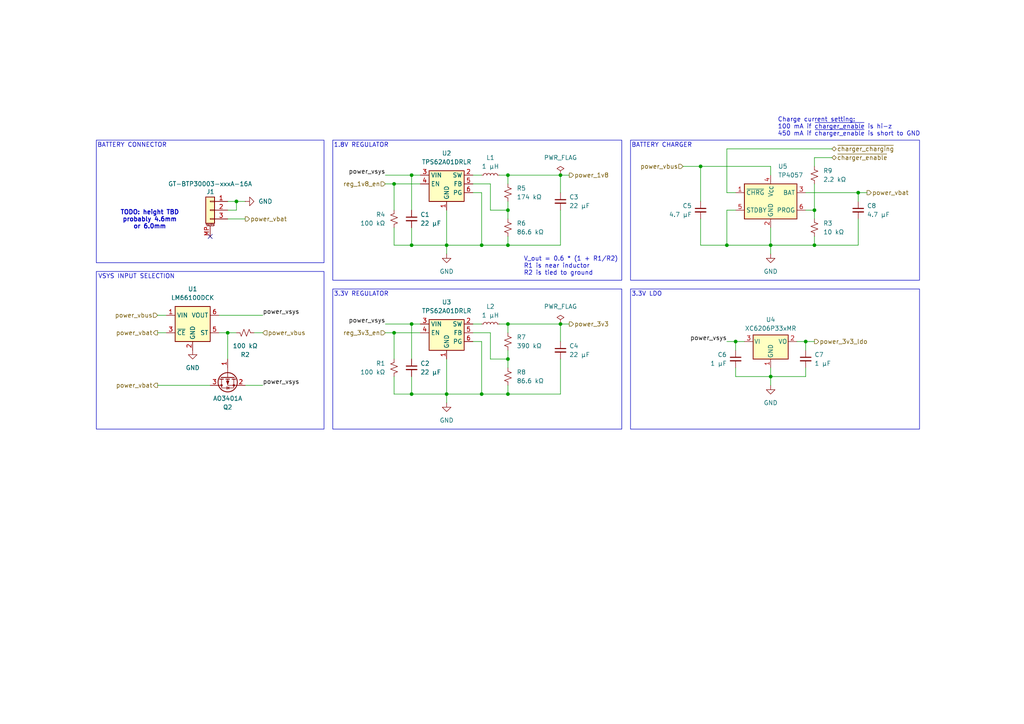
<source format=kicad_sch>
(kicad_sch (version 20250114) (generator "eeschema") (generator_version "9.0")
  (paper "A4")
  (title_block (title "Power supply / battery charger") (date "2024-11-14") (rev "Rev1") (comment 1 "Author: Aidan MacDonald") (comment 2 "Status: Released") (comment 3 "NOT RECOMMENDED FOR MANUFACTURE"))
  (lib_symbols
    (symbol "Battery_Management:TP4057"
      (property "Reference" "U5" (at 2.1433 10.16 0))
      (property "Value" "TP4057" (at 2.1433 7.62 0))
      (symbol "TP4057_0_1"
        (rectangle (start -7.62 5.08) (end 7.62 -5.08) (stroke (width 0.254)) (fill (type background)))
      )
      (symbol "TP4057_1_1"
        (pin open_collector line (at -10.16 2.54 0) (length 2.54) (name "~{CHRG}") (number "1"))
        (pin power_in line (at -10.16 -2.54 0) (length 2.54) (name "STDBY") (number "5"))
        (pin power_in line (at 0 7.62 270) (length 2.54) (name "V_{CC}") (number "4"))
        (pin power_in line (at 0 -7.62 90) (length 2.54) (name "GND") (number "2"))
        (pin power_out line (at 10.16 2.54 180) (length 2.54) (name "BAT") (number "3"))
        (pin passive line (at 10.16 -2.54 180) (length 2.54) (name "PROG") (number "6"))
      )
    )
    (symbol "Device:C_Small" (pin_numbers (hide yes)) (pin_names (offset 0.254) (hide yes))
      (property "Reference" "C" (at 0.254 1.778 0))
      (property "Value" "C_Small" (at 0.254 -2.032 0))
      (symbol "C_Small_0_1"
        (polyline (pts (xy -1.524 0.508) (xy 1.524 0.508)) (stroke (width 0.3048)))
        (polyline (pts (xy -1.524 -0.508) (xy 1.524 -0.508)) (stroke (width 0.3302)))
      )
      (symbol "C_Small_1_1"
        (pin passive line (at 0 2.54 270) (length 2.032) (name "~") (number "1"))
        (pin passive line (at 0 -2.54 90) (length 2.032) (name "~") (number "2"))
      )
    )
    (symbol "Device:L_Small" (pin_numbers (hide yes)) (pin_names (offset 0.254) (hide yes))
      (property "Reference" "L" (at 0.762 1.016 0))
      (property "Value" "L_Small" (at 0.762 -1.016 0))
      (symbol "L_Small_0_1"
        (arc (start 0 2.032) (mid 0.5058 1.524) (end 0 1.016))
        (arc (start 0 1.016) (mid 0.5058 0.508) (end 0 0))
        (arc (start 0 0) (mid 0.5058 -0.508) (end 0 -1.016))
        (arc (start 0 -1.016) (mid 0.5058 -1.524) (end 0 -2.032))
      )
      (symbol "L_Small_1_1"
        (pin passive line (at 0 2.54 270) (length 0.508) (name "~") (number "1"))
        (pin passive line (at 0 -2.54 90) (length 0.508) (name "~") (number "2"))
      )
    )
    (symbol "Device:R_Small_US" (pin_numbers (hide yes)) (pin_names (offset 0.254) (hide yes))
      (property "Reference" "R" (at 0.762 0.508 0))
      (property "Value" "R_Small_US" (at 0.762 -1.016 0))
      (symbol "R_Small_US_1_1"
        (polyline (pts (xy 0 1.524) (xy 1.016 1.143) (xy 0 0.762) (xy -1.016 0.381) (xy 0 0)))
        (polyline (pts (xy 0 0) (xy 1.016 -0.381) (xy 0 -0.762) (xy -1.016 -1.143) (xy 0 -1.524)))
        (pin passive line (at 0 2.54 270) (length 1.016) (name "~") (number "1"))
        (pin passive line (at 0 -2.54 90) (length 1.016) (name "~") (number "2"))
      )
    )
    (symbol "Regulator_Linear:XC6206PxxxMR" (pin_names (offset 0.254))
      (property "Reference" "U" (at -3.81 3.175 0))
      (property "Value" "XC6206PxxxMR" (at 0 3.175 0))
      (symbol "XC6206PxxxMR_0_1"
        (rectangle (start -5.08 1.905) (end 5.08 -5.08) (stroke (width 0.254)) (fill (type background)))
      )
      (symbol "XC6206PxxxMR_1_1"
        (pin power_in line (at -7.62 0 0) (length 2.54) (name "VI") (number "3"))
        (pin power_in line (at 0 -7.62 90) (length 2.54) (name "GND") (number "1"))
        (pin power_out line (at 7.62 0 180) (length 2.54) (name "VO") (number "2"))
      )
    )
    (symbol "TPS62A01DRLR_1"
      (property "Reference" "U3" (at 0 8.89 0))
      (property "Value" "TPS62A01DRLR" (at 0 6.35 0))
      (symbol "TPS62A01DRLR_1_0_1"
        (rectangle (start -5.08 3.81) (end 5.08 -5.08) (stroke (width 0.254)) (fill (type background)))
      )
      (symbol "TPS62A01DRLR_1_1_1"
        (pin power_in line (at -7.62 2.54 0) (length 2.54) (name "VIN") (number "3"))
        (pin input line (at -7.62 0 0) (length 2.54) (name "EN") (number "4"))
        (pin power_in line (at 0 -7.62 90) (length 2.54) (name "GND") (number "1"))
        (pin power_out line (at 7.62 2.54 180) (length 2.54) (name "SW") (number "2"))
        (pin input line (at 7.62 0 180) (length 2.54) (name "FB") (number "5"))
        (pin power_in line (at 7.62 -2.54 180) (length 2.54) (name "PG") (number "6"))
      )
    )
    (symbol "Transistor_FET:Q_PMOS_GSD" (pin_names (offset 0) (hide yes))
      (property "Reference" "Q" (at 5.08 1.905 0))
      (property "Value" "Q_PMOS_GSD" (at 5.08 0 0))
      (symbol "Q_PMOS_GSD_0_1"
        (polyline (pts (xy 0.254 1.905) (xy 0.254 -1.905)) (stroke (width 0.254)))
        (polyline (pts (xy 0.254 0) (xy -2.54 0)))
        (polyline (pts (xy 0.762 2.286) (xy 0.762 1.27)) (stroke (width 0.254)))
        (polyline (pts (xy 0.762 1.778) (xy 3.302 1.778) (xy 3.302 -1.778) (xy 0.762 -1.778)))
        (polyline (pts (xy 0.762 0.508) (xy 0.762 -0.508)) (stroke (width 0.254)))
        (polyline (pts (xy 0.762 -1.27) (xy 0.762 -2.286)) (stroke (width 0.254)))
        (circle (center 1.651 0) (radius 2.794) (stroke (width 0.254)))
        (polyline (pts (xy 2.286 0) (xy 1.27 0.381) (xy 1.27 -0.381) (xy 2.286 0)) (fill (type outline)))
        (polyline (pts (xy 2.54 2.54) (xy 2.54 1.778)))
        (circle (center 2.54 1.778) (radius 0.254) (fill (type outline)))
        (circle (center 2.54 -1.778) (radius 0.254) (fill (type outline)))
        (polyline (pts (xy 2.54 -2.54) (xy 2.54 0) (xy 0.762 0)))
        (polyline (pts (xy 2.921 -0.381) (xy 3.683 -0.381)))
        (polyline (pts (xy 3.302 -0.381) (xy 2.921 0.254) (xy 3.683 0.254) (xy 3.302 -0.381)))
      )
      (symbol "Q_PMOS_GSD_1_1"
        (pin input line (at -5.08 0 0) (length 2.54) (name "G") (number "1"))
        (pin passive line (at 2.54 5.08 270) (length 2.54) (name "D") (number "3"))
        (pin passive line (at 2.54 -5.08 90) (length 2.54) (name "S") (number "2"))
      )
    )
    (symbol "echoplayer:GT-BTP30003" (pin_names (offset 1.016) (hide yes))
      (property "Reference" "J" (at 0 5.08 0))
      (property "Value" "GT-BTP30003" (at 1.27 -5.08 0))
      (symbol "GT-BTP30003_1_1"
        (rectangle (start -1.27 3.81) (end 1.27 -3.81) (stroke (width 0.254)) (fill (type background)))
        (rectangle (start -1.27 2.667) (end 0 2.413) (stroke (width 0.1524)))
        (rectangle (start -1.27 0.127) (end 0 -0.127) (stroke (width 0.1524)))
        (rectangle (start -1.27 -2.413) (end 0 -2.667) (stroke (width 0.1524)))
        (polyline (pts (xy -1.016 -4.572) (xy 1.016 -4.572)) (stroke (width 0.1524)))
        (text "Mounting" (at 0 -4.191 0) (effects (font (size 0.381 0.381))))
        (pin passive line (at -5.08 2.54 0) (length 3.81) (name "Pin_1") (number "1"))
        (pin passive line (at -5.08 0 0) (length 3.81) (name "Pin_2") (number "2"))
        (pin passive line (at -5.08 -2.54 0) (length 3.81) (name "Pin_3") (number "3"))
        (pin passive line (at 0 -7.62 90) (length 3.048) (name "MountPin") (number "MP"))
      )
    )
    (symbol "echoplayer:LM66100DCK"
      (property "Reference" "U" (at -5.08 6.096 0))
      (property "Value" "LM66100DCK" (at 0.254 -6.35 0))
      (symbol "LM66100DCK_0_1"
        (rectangle (start -5.08 5.08) (end 5.08 -5.08) (stroke (width 0.254)) (fill (type background)))
      )
      (symbol "LM66100DCK_1_1"
        (pin power_in line (at -7.62 2.54 0) (length 2.54) (name "VIN") (number "1"))
        (pin input line (at -7.62 -2.54 0) (length 2.54) (name "~{CE}") (number "3"))
        (pin no_connect line (at 0 5.08 270) (length 2.54) (hide yes) (name "NC") (number "4"))
        (pin power_in line (at 0 -7.62 90) (length 2.54) (name "GND") (number "2"))
        (pin power_out line (at 7.62 2.54 180) (length 2.54) (name "VOUT") (number "6"))
        (pin open_collector line (at 7.62 -2.54 180) (length 2.54) (name "ST") (number "5"))
      )
    )
    (symbol "echoplayer:TPS62A01DRLR"
      (property "Reference" "U2" (at 0 8.89 0))
      (property "Value" "TPS62A01DRLR" (at 0 6.35 0))
      (symbol "TPS62A01DRLR_0_1"
        (rectangle (start -5.08 3.81) (end 5.08 -5.08) (stroke (width 0.254)) (fill (type background)))
      )
      (symbol "TPS62A01DRLR_1_1"
        (pin power_in line (at -7.62 2.54 0) (length 2.54) (name "VIN") (number "3"))
        (pin input line (at -7.62 0 0) (length 2.54) (name "EN") (number "4"))
        (pin power_in line (at 0 -7.62 90) (length 2.54) (name "GND") (number "1"))
        (pin power_out line (at 7.62 2.54 180) (length 2.54) (name "SW") (number "2"))
        (pin input line (at 7.62 0 180) (length 2.54) (name "FB") (number "5"))
        (pin power_in line (at 7.62 -2.54 180) (length 2.54) (name "PG") (number "6"))
      )
    )
    (symbol "power:GND" (power) (pin_numbers (hide yes)) (pin_names (offset 0) (hide yes))
      (property "Value" "GND" (at 0 -3.81 0))
      (symbol "GND_0_1"
        (polyline (pts (xy 0 0) (xy 0 -1.27) (xy 1.27 -1.27) (xy 0 -2.54) (xy -1.27 -1.27) (xy 0 -1.27)))
      )
      (symbol "GND_1_1"
        (pin power_in line (at 0 0 270) (length 0) (name "~") (number "1"))
      )
    )
    (symbol "power:PWR_FLAG" (power) (pin_numbers (hide yes)) (pin_names (offset 0) (hide yes))
      (property "Value" "PWR_FLAG" (at 0 3.81 0))
      (symbol "PWR_FLAG_0_0"
        (pin power_out line (at 0 0 90) (length 0) (name "~") (number "1"))
      )
      (symbol "PWR_FLAG_0_1"
        (polyline (pts (xy 0 0) (xy 0 1.27) (xy -1.016 1.905) (xy 0 2.54) (xy 1.016 1.905) (xy 0 1.27)))
      )
    )
  )
  (rectangle (start 96.52 40.64) (end 180.34 81.28))
  (rectangle (start 27.94 40.64) (end 93.98 76.2))
  (rectangle (start 96.52 83.82) (end 180.34 124.46))
  (rectangle (start 27.94 78.74) (end 93.98 124.46))
  (rectangle (start 182.88 83.82) (end 266.7 124.46))
  (rectangle (start 182.88 40.64) (end 266.7 81.28))
  (text "TODO: height TBD\nprobably 4.6mm\nor 6.0mm" (at 43.434 63.754 0) (effects (font (size 1.27 1.27) (thickness 0.254) (bold yes))))
  (text "3.3V REGULATOR" (at 96.774 85.344 0) (effects (font (size 1.27 1.27)) (justify left)))
  (text "V_out = 0.6 * (1 + R1/R2)\nR1 is near inductor\nR2 is tied to ground" (at 151.892 77.216 0) (effects (font (size 1.27 1.27)) (justify left)))
  (text "1.8V REGULATOR" (at 96.774 42.164 0) (effects (font (size 1.27 1.27)) (justify left)))
  (text "Charge current setting:\n100 mA if ~{charger_enable} is hi-z\n450 mA if ~{charger_enable} is short to GND" (at 225.552 36.83 0) (effects (font (size 1.27 1.27)) (justify left)))
  (text "BATTERY CHARGER" (at 183.134 42.164 0) (effects (font (size 1.27 1.27)) (justify left)))
  (text "BATTERY CONNECTOR" (at 28.194 42.164 0) (effects (font (size 1.27 1.27)) (justify left)))
  (text "3.3V LDO" (at 183.134 85.344 0) (effects (font (size 1.27 1.27)) (justify left)))
  (text "VSYS INPUT SELECTION" (at 28.448 80.264 0) (effects (font (size 1.27 1.27)) (justify left)))
  (junction (at 162.56 93.98))
  (junction (at 147.32 71.12))
  (junction (at 66.04 96.52))
  (junction (at 236.22 60.96))
  (junction (at 119.38 93.98))
  (junction (at 147.32 50.8))
  (junction (at 147.32 93.98))
  (junction (at 248.92 55.88))
  (junction (at 210.82 71.12))
  (junction (at 203.2 48.26))
  (junction (at 223.52 109.22))
  (junction (at 233.68 99.06))
  (junction (at 119.38 50.8))
  (junction (at 129.54 71.12))
  (junction (at 162.56 50.8))
  (junction (at 139.7 71.12))
  (junction (at 139.7 114.3))
  (junction (at 147.32 114.3))
  (junction (at 236.22 71.12))
  (junction (at 147.32 60.96))
  (junction (at 119.38 71.12))
  (junction (at 68.58 58.42))
  (junction (at 129.54 114.3))
  (junction (at 119.38 114.3))
  (junction (at 223.52 71.12))
  (junction (at 147.32 104.14))
  (junction (at 213.36 99.06))
  (junction (at 114.3 53.34))
  (junction (at 114.3 96.52))
  (no_connect (at 60.96 68.58))
  (wire (pts (xy 215.9 99.06) (xy 213.36 99.06)))
  (wire (pts (xy 142.24 60.96) (xy 147.32 60.96)))
  (wire (pts (xy 210.82 43.18) (xy 241.3 43.18)))
  (wire (pts (xy 147.32 93.98) (xy 147.32 96.52)))
  (wire (pts (xy 233.68 60.96) (xy 236.22 60.96)))
  (wire (pts (xy 236.22 45.72) (xy 236.22 48.26)))
  (wire (pts (xy 76.2 111.76) (xy 71.12 111.76)))
  (wire (pts (xy 139.7 55.88) (xy 139.7 71.12)))
  (wire (pts (xy 233.68 109.22) (xy 223.52 109.22)))
  (wire (pts (xy 147.32 68.58) (xy 147.32 71.12)))
  (wire (pts (xy 142.24 53.34) (xy 142.24 60.96)))
  (wire (pts (xy 236.22 71.12) (xy 236.22 68.58)))
  (wire (pts (xy 203.2 48.26) (xy 223.52 48.26)))
  (wire (pts (xy 233.68 106.68) (xy 233.68 109.22)))
  (wire (pts (xy 147.32 104.14) (xy 147.32 106.68)))
  (wire (pts (xy 119.38 93.98) (xy 121.92 93.98)))
  (wire (pts (xy 248.92 55.88) (xy 248.92 58.42)))
  (wire (pts (xy 119.38 109.22) (xy 119.38 114.3)))
  (wire (pts (xy 129.54 114.3) (xy 129.54 116.84)))
  (wire (pts (xy 137.16 96.52) (xy 142.24 96.52)))
  (wire (pts (xy 119.38 50.8) (xy 121.92 50.8)))
  (wire (pts (xy 223.52 71.12) (xy 236.22 71.12)))
  (wire (pts (xy 111.76 53.34) (xy 114.3 53.34)))
  (wire (pts (xy 142.24 53.34) (xy 137.16 53.34)))
  (wire (pts (xy 223.52 66.04) (xy 223.52 71.12)))
  (wire (pts (xy 147.32 111.76) (xy 147.32 114.3)))
  (wire (pts (xy 119.38 114.3) (xy 129.54 114.3)))
  (wire (pts (xy 129.54 71.12) (xy 129.54 73.66)))
  (wire (pts (xy 137.16 93.98) (xy 139.7 93.98)))
  (wire (pts (xy 119.38 50.8) (xy 119.38 60.96)))
  (wire (pts (xy 66.04 96.52) (xy 66.04 104.14)))
  (wire (pts (xy 223.52 106.68) (xy 223.52 109.22)))
  (wire (pts (xy 144.78 50.8) (xy 147.32 50.8)))
  (wire (pts (xy 241.3 45.72) (xy 236.22 45.72)))
  (wire (pts (xy 248.92 55.88) (xy 251.46 55.88)))
  (wire (pts (xy 162.56 71.12) (xy 147.32 71.12)))
  (wire (pts (xy 233.68 99.06) (xy 236.22 99.06)))
  (wire (pts (xy 142.24 96.52) (xy 142.24 104.14)))
  (wire (pts (xy 129.54 104.14) (xy 129.54 114.3)))
  (wire (pts (xy 114.3 114.3) (xy 119.38 114.3)))
  (wire (pts (xy 162.56 93.98) (xy 165.1 93.98)))
  (wire (pts (xy 129.54 114.3) (xy 139.7 114.3)))
  (wire (pts (xy 137.16 99.06) (xy 139.7 99.06)))
  (wire (pts (xy 139.7 99.06) (xy 139.7 114.3)))
  (wire (pts (xy 63.5 96.52) (xy 66.04 96.52)))
  (wire (pts (xy 111.76 96.52) (xy 114.3 96.52)))
  (wire (pts (xy 203.2 63.5) (xy 203.2 71.12)))
  (wire (pts (xy 129.54 60.96) (xy 129.54 71.12)))
  (wire (pts (xy 114.3 71.12) (xy 119.38 71.12)))
  (wire (pts (xy 162.56 50.8) (xy 147.32 50.8)))
  (wire (pts (xy 162.56 104.14) (xy 162.56 114.3)))
  (wire (pts (xy 137.16 50.8) (xy 139.7 50.8)))
  (wire (pts (xy 248.92 71.12) (xy 236.22 71.12)))
  (wire (pts (xy 147.32 71.12) (xy 139.7 71.12)))
  (wire (pts (xy 66.04 63.5) (xy 71.12 63.5)))
  (wire (pts (xy 231.14 99.06) (xy 233.68 99.06)))
  (wire (pts (xy 213.36 60.96) (xy 210.82 60.96)))
  (wire (pts (xy 233.68 55.88) (xy 248.92 55.88)))
  (wire (pts (xy 203.2 48.26) (xy 203.2 58.42)))
  (wire (pts (xy 210.82 71.12) (xy 223.52 71.12)))
  (wire (pts (xy 210.82 60.96) (xy 210.82 71.12)))
  (wire (pts (xy 142.24 104.14) (xy 147.32 104.14)))
  (wire (pts (xy 114.3 96.52) (xy 121.92 96.52)))
  (wire (pts (xy 147.32 50.8) (xy 147.32 53.34)))
  (wire (pts (xy 248.92 63.5) (xy 248.92 71.12)))
  (wire (pts (xy 66.04 60.96) (xy 68.58 60.96)))
  (wire (pts (xy 114.3 96.52) (xy 114.3 104.14)))
  (wire (pts (xy 137.16 55.88) (xy 139.7 55.88)))
  (wire (pts (xy 147.32 58.42) (xy 147.32 60.96)))
  (wire (pts (xy 45.72 111.76) (xy 60.96 111.76)))
  (wire (pts (xy 111.76 93.98) (xy 119.38 93.98)))
  (wire (pts (xy 162.56 50.8) (xy 165.1 50.8)))
  (wire (pts (xy 236.22 53.34) (xy 236.22 60.96)))
  (wire (pts (xy 162.56 93.98) (xy 147.32 93.98)))
  (wire (pts (xy 119.38 93.98) (xy 119.38 104.14)))
  (wire (pts (xy 119.38 71.12) (xy 129.54 71.12)))
  (wire (pts (xy 114.3 53.34) (xy 114.3 60.96)))
  (wire (pts (xy 68.58 58.42) (xy 71.12 58.42)))
  (wire (pts (xy 213.36 106.68) (xy 213.36 109.22)))
  (wire (pts (xy 45.72 96.52) (xy 48.26 96.52)))
  (wire (pts (xy 162.56 60.96) (xy 162.56 71.12)))
  (wire (pts (xy 114.3 109.22) (xy 114.3 114.3)))
  (wire (pts (xy 198.12 48.26) (xy 203.2 48.26)))
  (wire (pts (xy 210.82 55.88) (xy 210.82 43.18)))
  (wire (pts (xy 223.52 48.26) (xy 223.52 50.8)))
  (wire (pts (xy 233.68 99.06) (xy 233.68 101.6)))
  (wire (pts (xy 213.36 55.88) (xy 210.82 55.88)))
  (wire (pts (xy 213.36 99.06) (xy 213.36 101.6)))
  (wire (pts (xy 162.56 55.88) (xy 162.56 50.8)))
  (wire (pts (xy 66.04 96.52) (xy 68.58 96.52)))
  (wire (pts (xy 76.2 96.52) (xy 73.66 96.52)))
  (wire (pts (xy 45.72 91.44) (xy 48.26 91.44)))
  (wire (pts (xy 223.52 73.66) (xy 223.52 71.12)))
  (wire (pts (xy 147.32 60.96) (xy 147.32 63.5)))
  (wire (pts (xy 162.56 114.3) (xy 147.32 114.3)))
  (wire (pts (xy 111.76 50.8) (xy 119.38 50.8)))
  (wire (pts (xy 114.3 66.04) (xy 114.3 71.12)))
  (wire (pts (xy 147.32 101.6) (xy 147.32 104.14)))
  (wire (pts (xy 144.78 93.98) (xy 147.32 93.98)))
  (wire (pts (xy 66.04 58.42) (xy 68.58 58.42)))
  (wire (pts (xy 210.82 99.06) (xy 213.36 99.06)))
  (wire (pts (xy 139.7 114.3) (xy 147.32 114.3)))
  (wire (pts (xy 213.36 109.22) (xy 223.52 109.22)))
  (wire (pts (xy 223.52 109.22) (xy 223.52 111.76)))
  (wire (pts (xy 119.38 66.04) (xy 119.38 71.12)))
  (wire (pts (xy 114.3 53.34) (xy 121.92 53.34)))
  (wire (pts (xy 162.56 99.06) (xy 162.56 93.98)))
  (wire (pts (xy 68.58 58.42) (xy 68.58 60.96)))
  (wire (pts (xy 203.2 71.12) (xy 210.82 71.12)))
  (wire (pts (xy 139.7 71.12) (xy 129.54 71.12)))
  (wire (pts (xy 236.22 60.96) (xy 236.22 63.5)))
  (wire (pts (xy 63.5 91.44) (xy 76.2 91.44)))
  (label "power_vsys" (at 76.2 111.76 0))
  (label "power_vsys" (at 111.76 93.98 180))
  (label "power_vsys" (at 76.2 91.44 0))
  (label "power_vsys" (at 210.82 99.06 180))
  (label "power_vsys" (at 111.76 50.8 180))
  (hierarchical_label "power_vbat" (shape output) (at 45.72 96.52 180))
  (hierarchical_label "~{charger_charging}" (shape tri_state) (at 241.3 43.18 0))
  (hierarchical_label "power_3v3" (shape output) (at 165.1 93.98 0))
  (hierarchical_label "reg_3v3_en" (shape input) (at 111.76 96.52 180))
  (hierarchical_label "power_vbus" (shape input) (at 198.12 48.26 180))
  (hierarchical_label "power_vbus" (shape input) (at 45.72 91.44 180))
  (hierarchical_label "power_vbus" (shape input) (at 76.2 96.52 0))
  (hierarchical_label "power_vbat" (shape output) (at 71.12 63.5 0))
  (hierarchical_label "power_1v8" (shape output) (at 165.1 50.8 0))
  (hierarchical_label "~{charger_enable}" (shape tri_state) (at 241.3 45.72 0))
  (hierarchical_label "reg_1v8_en" (shape input) (at 111.76 53.34 180))
  (hierarchical_label "power_3v3_ldo" (shape output) (at 236.22 99.06 0))
  (hierarchical_label "power_vbat" (shape output) (at 251.46 55.88 0))
  (hierarchical_label "power_vbat" (shape output) (at 45.72 111.76 180))
  (symbol (lib_id "power:PWR_FLAG") (at 162.56 93.98 0) (unit 1)
    (property "Reference" "#FLG02" (effects (hide yes)))
    (property "Value" "PWR_FLAG" (at 162.56 88.9 0))
    (property "Description" "Special symbol for telling ERC where power comes from" (effects (hide yes)))
  )
  (symbol (lib_id "Device:R_Small_US") (at 114.3 63.5 0) (mirror y) (unit 1)
    (property "Reference" "R4" (at 111.76 62.2299 0) (effects (justify left)))
    (property "Value" "100 kΩ" (at 111.76 64.7699 0) (effects (justify left)))
    (property "Footprint" "Resistor_SMD:R_0402_1005Metric" (effects (hide yes)))
    (property "Description" "Resistor, small US symbol" (effects (hide yes)))
    (property "LCSC#" "C60491" (effects (hide yes)))
  )
  (symbol (lib_id "Battery_Management:TP4057") (at 223.52 58.42 0) (unit 1)
    (property "Reference" "U5" (at 225.6633 48.26 0) (effects (justify left)))
    (property "Value" "TP4057" (at 225.6633 50.8 0) (effects (justify left)))
    (property "Footprint" "Package_TO_SOT_SMD:TSOT-23-6" (effects (hide yes)))
    (property "Datasheet" "http://toppwr.com/uploadfile/file/20230304/640302a47b738.pdf" (effects (hide yes)))
    (property "Description" "Constant-current/constant-voltage linear charger for single cell lithium-ion batteries with 2.9V Trickle Charge, 4.5V to 6.5V VDD, -40 to +85 degree Celsius, TSOT-23-6" (effects (hide yes)))
    (property "LCSC#" "C725791" (effects (hide yes)))
  )
  (symbol (lib_name "TPS62A01DRLR_1") (lib_id "echoplayer:TPS62A01DRLR") (at 129.54 96.52 0) (unit 1)
    (property "Reference" "U3" (at 129.54 87.63 0))
    (property "Value" "TPS62A01DRLR" (at 129.54 90.17 0))
    (property "Footprint" "Package_TO_SOT_SMD:SOT-563" (effects (hide yes)))
    (property "Datasheet" "https://www.ti.com/lit/ds/symlink/tps62a01.pdf" (effects (hide yes)))
    (property "Description" "2.4 MHz, 1A, 2.5V-5.5V input, synchronous buck converter" (effects (hide yes)))
    (property "LCSC#" "C5157937" (effects (hide yes)))
  )
  (symbol (lib_id "Device:R_Small_US") (at 236.22 66.04 0) (unit 1)
    (property "Reference" "R3" (at 238.76 64.7699 0) (effects (justify left)))
    (property "Value" "10 kΩ" (at 238.76 67.3099 0) (effects (justify left)))
    (property "Footprint" "Resistor_SMD:R_0402_1005Metric" (effects (hide yes)))
    (property "Description" "Resistor, small US symbol" (effects (hide yes)))
    (property "LCSC#" "C60490" (effects (hide yes)))
  )
  (symbol (lib_id "Device:R_Small_US") (at 147.32 66.04 0) (unit 1)
    (property "Reference" "R6" (at 149.86 64.7699 0) (effects (justify left)))
    (property "Value" "86.6 kΩ" (at 149.86 67.3099 0) (effects (justify left)))
    (property "Footprint" "Resistor_SMD:R_0603_1608Metric" (effects (hide yes)))
    (property "Description" "Resistor, small US symbol" (effects (hide yes)))
    (property "LCSC#" "C3000725" (effects (hide yes)))
  )
  (symbol (lib_id "Device:L_Small") (at 142.24 93.98 90) (unit 1)
    (property "Reference" "L2" (at 142.24 88.9 90))
    (property "Value" "1 µH" (at 142.24 91.44 90))
    (property "Footprint" "echoplayer:L_0806_2016Metric" (effects (hide yes)))
    (property "Datasheet" "https://www.lcsc.com/datasheet/lcsc_datasheet_2410010330_Murata-Electronics-DFE201610E-1R0M-P2_C161082.pdf" (effects (hide yes)))
    (property "Description" "Inductor, small symbol" (effects (hide yes)))
    (property "LCSC#" "C161082" (effects (hide yes)))
  )
  (symbol (lib_id "Device:L_Small") (at 142.24 50.8 90) (unit 1)
    (property "Reference" "L1" (at 142.24 45.72 90))
    (property "Value" "1 µH" (at 142.24 48.26 90))
    (property "Footprint" "echoplayer:L_0806_2016Metric" (effects (hide yes)))
    (property "Datasheet" "https://www.lcsc.com/datasheet/lcsc_datasheet_2410010330_Murata-Electronics-DFE201610E-1R0M-P2_C161082.pdf" (effects (hide yes)))
    (property "Description" "Inductor, small symbol" (effects (hide yes)))
    (property "LCSC#" "C161082" (effects (hide yes)))
  )
  (symbol (lib_id "Transistor_FET:Q_PMOS_GSD") (at 66.04 109.22 90) (mirror x) (unit 1)
    (property "Reference" "Q2" (at 66.04 118.11 90))
    (property "Value" "AO3401A" (at 66.04 115.57 90))
    (property "Footprint" "Package_TO_SOT_SMD:SOT-23" (effects (hide yes)))
    (property "Datasheet" "https://www.lcsc.com/datasheet/lcsc_datasheet_2311091734_UMW-Youtai-Semiconductor-Co---Ltd--AO3401A_C347476.pdf" (effects (hide yes)))
    (property "Description" "P-MOSFET transistor, gate/source/drain" (effects (hide yes)))
    (property "LCSC#" "C347476" (effects (hide yes)))
  )
  (symbol (lib_id "echoplayer:GT-BTP30003") (at 60.96 60.96 0) (mirror y) (unit 1)
    (property "Reference" "J1" (at 62.23 55.626 0) (effects (justify left)))
    (property "Value" "GT-BTP30003-xxxA-16A" (at 73.152 53.34 0) (effects (justify left)))
    (property "Footprint" "echoplayer:Conn_GT-BTP30003-xxxxA-016A" (effects (hide yes)))
    (property "Datasheet" "https://www.lcsc.com/datasheet/lcsc_datasheet_2409091552_G-Switch-GT-BTP30003-0460A-016A_C41378737.pdf" (effects (hide yes)))
    (property "Description" "3-pin blade/shrapnel battery connector, SMD, vertical mount with mounting pin" (effects (hide yes)))
    (property "LCSC#" "C41378737" (effects (hide yes)))
  )
  (symbol (lib_id "Device:C_Small") (at 162.56 101.6 0) (mirror y) (unit 1)
    (property "Reference" "C4" (at 165.1 100.3362 0) (effects (justify right)))
    (property "Value" "22 µF" (at 165.1 102.8762 0) (effects (justify right)))
    (property "Footprint" "Capacitor_SMD:C_0805_2012Metric" (effects (hide yes)))
    (property "Description" "Unpolarized capacitor, small symbol" (effects (hide yes)))
    (property "LCSC#" "C86816" (effects (hide yes)))
  )
  (symbol (lib_id "power:GND") (at 223.52 73.66 0) (unit 1)
    (property "Reference" "#PWR016" (effects (hide yes)))
    (property "Value" "GND" (at 223.52 78.74 0))
    (property "Description" "Power symbol creates a global label with name \"GND\" , ground" (effects (hide yes)))
  )
  (symbol (lib_id "power:GND") (at 223.52 111.76 0) (unit 1)
    (property "Reference" "#PWR015" (effects (hide yes)))
    (property "Value" "GND" (at 223.52 116.84 0))
    (property "Description" "Power symbol creates a global label with name \"GND\" , ground" (effects (hide yes)))
  )
  (symbol (lib_id "Device:R_Small_US") (at 114.3 106.68 0) (mirror y) (unit 1)
    (property "Reference" "R1" (at 111.76 105.4099 0) (effects (justify left)))
    (property "Value" "100 kΩ" (at 111.76 107.9499 0) (effects (justify left)))
    (property "Footprint" "Resistor_SMD:R_0402_1005Metric" (effects (hide yes)))
    (property "Description" "Resistor, small US symbol" (effects (hide yes)))
    (property "LCSC#" "C60491" (effects (hide yes)))
  )
  (symbol (lib_id "Device:R_Small_US") (at 147.32 109.22 0) (unit 1)
    (property "Reference" "R8" (at 149.86 107.9499 0) (effects (justify left)))
    (property "Value" "86.6 kΩ" (at 149.86 110.4899 0) (effects (justify left)))
    (property "Footprint" "Resistor_SMD:R_0603_1608Metric" (effects (hide yes)))
    (property "Description" "Resistor, small US symbol" (effects (hide yes)))
    (property "LCSC#" "C3000725" (effects (hide yes)))
  )
  (symbol (lib_id "Device:R_Small_US") (at 147.32 99.06 0) (unit 1)
    (property "Reference" "R7" (at 149.86 97.7899 0) (effects (justify left)))
    (property "Value" "390 kΩ" (at 149.86 100.3299 0) (effects (justify left)))
    (property "Footprint" "Resistor_SMD:R_0603_1608Metric" (effects (hide yes)))
    (property "Description" "Resistor, small US symbol" (effects (hide yes)))
    (property "LCSC#" "C23150" (effects (hide yes)))
  )
  (symbol (lib_id "Device:C_Small") (at 162.56 58.42 0) (mirror y) (unit 1)
    (property "Reference" "C3" (at 165.1 57.1562 0) (effects (justify right)))
    (property "Value" "22 µF" (at 165.1 59.6962 0) (effects (justify right)))
    (property "Footprint" "Capacitor_SMD:C_0805_2012Metric" (effects (hide yes)))
    (property "Description" "Unpolarized capacitor, small symbol" (effects (hide yes)))
    (property "LCSC#" "C86816" (effects (hide yes)))
  )
  (symbol (lib_id "power:GND") (at 71.12 58.42 90) (unit 1)
    (property "Reference" "#PWR011" (effects (hide yes)))
    (property "Value" "GND" (at 74.93 58.4199 90) (effects (justify right)))
    (property "Description" "Power symbol creates a global label with name \"GND\" , ground" (effects (hide yes)))
  )
  (symbol (lib_id "echoplayer:TPS62A01DRLR") (at 129.54 53.34 0) (unit 1)
    (property "Reference" "U2" (at 129.54 44.45 0))
    (property "Value" "TPS62A01DRLR" (at 129.54 46.99 0))
    (property "Footprint" "Package_TO_SOT_SMD:SOT-563" (effects (hide yes)))
    (property "Datasheet" "https://www.ti.com/lit/ds/symlink/tps62a01.pdf" (effects (hide yes)))
    (property "Description" "2.4 MHz, 1A, 2.5V-5.5V input, synchronous buck converter" (effects (hide yes)))
    (property "LCSC#" "C5157937" (effects (hide yes)))
  )
  (symbol (lib_id "Device:R_Small_US") (at 236.22 50.8 0) (unit 1)
    (property "Reference" "R9" (at 238.76 49.5299 0) (effects (justify left)))
    (property "Value" "2.2 kΩ" (at 238.76 52.0699 0) (effects (justify left)))
    (property "Footprint" "Resistor_SMD:R_0402_1005Metric" (effects (hide yes)))
    (property "Description" "Resistor, small US symbol" (effects (hide yes)))
    (property "LCSC#" "C114762" (effects (hide yes)))
  )
  (symbol (lib_id "power:GND") (at 55.88 101.6 0) (unit 1)
    (property "Reference" "#PWR010" (effects (hide yes)))
    (property "Value" "GND" (at 55.88 106.68 0))
    (property "Description" "Power symbol creates a global label with name \"GND\" , ground" (effects (hide yes)))
  )
  (symbol (lib_id "power:GND") (at 129.54 73.66 0) (unit 1)
    (property "Reference" "#PWR013" (effects (hide yes)))
    (property "Value" "GND" (at 129.54 78.74 0))
    (property "Description" "Power symbol creates a global label with name \"GND\" , ground" (effects (hide yes)))
  )
  (symbol (lib_id "Device:C_Small") (at 233.68 104.14 0) (unit 1)
    (property "Reference" "C7" (at 236.22 102.8762 0) (effects (justify left)))
    (property "Value" "1 µF" (at 236.22 105.4162 0) (effects (justify left)))
    (property "Footprint" "Capacitor_SMD:C_0402_1005Metric" (effects (hide yes)))
    (property "Description" "Unpolarized capacitor, small symbol" (effects (hide yes)))
    (property "LCSC#" "C52923" (effects (hide yes)))
  )
  (symbol (lib_id "Device:R_Small_US") (at 147.32 55.88 0) (unit 1)
    (property "Reference" "R5" (at 149.86 54.6099 0) (effects (justify left)))
    (property "Value" "174 kΩ" (at 149.86 57.1499 0) (effects (justify left)))
    (property "Footprint" "Resistor_SMD:R_0603_1608Metric" (effects (hide yes)))
    (property "Description" "Resistor, small US symbol" (effects (hide yes)))
    (property "LCSC#" "C2933159" (effects (hide yes)))
  )
  (symbol (lib_id "Device:C_Small") (at 119.38 106.68 0) (mirror y) (unit 1)
    (property "Reference" "C2" (at 121.92 105.4162 0) (effects (justify right)))
    (property "Value" "22 µF" (at 121.92 107.9562 0) (effects (justify right)))
    (property "Footprint" "Capacitor_SMD:C_0805_2012Metric" (effects (hide yes)))
    (property "Description" "Unpolarized capacitor, small symbol" (effects (hide yes)))
    (property "LCSC#" "C86816" (effects (hide yes)))
  )
  (symbol (lib_id "echoplayer:LM66100DCK") (at 55.88 93.98 0) (unit 1)
    (property "Reference" "U1" (at 55.88 83.82 0))
    (property "Value" "LM66100DCK" (at 55.88 86.36 0))
    (property "Footprint" "Package_TO_SOT_SMD:Texas_R-PDSO-G6" (effects (hide yes)))
    (property "Datasheet" "https://www.ti.com/lit/ds/symlink/lm66100.pdf" (effects (hide yes)))
    (property "Description" "Ideal Diode With Input Polarity Protection 1.5 - 5.5V  Input Voltage, 1.5A Output Current, Ron 141 mOhm, SC-70-6" (effects (hide yes)))
    (property "LCSC#" "C2869734" (effects (hide yes)))
  )
  (symbol (lib_id "Device:C_Small") (at 213.36 104.14 0) (mirror y) (unit 1)
    (property "Reference" "C6" (at 210.82 102.8762 0) (effects (justify left)))
    (property "Value" "1 µF" (at 210.82 105.4162 0) (effects (justify left)))
    (property "Footprint" "Capacitor_SMD:C_0402_1005Metric" (effects (hide yes)))
    (property "Description" "Unpolarized capacitor, small symbol" (effects (hide yes)))
    (property "LCSC#" "C52923" (effects (hide yes)))
  )
  (symbol (lib_id "power:GND") (at 129.54 116.84 0) (unit 1)
    (property "Reference" "#PWR014" (effects (hide yes)))
    (property "Value" "GND" (at 129.54 121.92 0))
    (property "Description" "Power symbol creates a global label with name \"GND\" , ground" (effects (hide yes)))
  )
  (symbol (lib_id "Device:C_Small") (at 119.38 63.5 0) (mirror y) (unit 1)
    (property "Reference" "C1" (at 121.92 62.2362 0) (effects (justify right)))
    (property "Value" "22 µF" (at 121.92 64.7762 0) (effects (justify right)))
    (property "Footprint" "Capacitor_SMD:C_0805_2012Metric" (effects (hide yes)))
    (property "Description" "Unpolarized capacitor, small symbol" (effects (hide yes)))
    (property "LCSC#" "C86816" (effects (hide yes)))
  )
  (symbol (lib_id "Device:R_Small_US") (at 71.12 96.52 270) (mirror x) (unit 1)
    (property "Reference" "R2" (at 71.12 102.87 90))
    (property "Value" "100 kΩ" (at 71.12 100.33 90))
    (property "Footprint" "Resistor_SMD:R_0402_1005Metric" (effects (hide yes)))
    (property "Description" "Resistor, small US symbol" (effects (hide yes)))
    (property "LCSC#" "C60491" (effects (hide yes)))
  )
  (symbol (lib_id "Device:C_Small") (at 203.2 60.96 0) (unit 1)
    (property "Reference" "C5" (at 200.66 59.6962 0) (effects (justify right)))
    (property "Value" "4.7 µF" (at 200.66 62.2362 0) (effects (justify right)))
    (property "Footprint" "Capacitor_SMD:C_0603_1608Metric" (effects (hide yes)))
    (property "Description" "Unpolarized capacitor, small symbol" (effects (hide yes)))
    (property "LCSC#" "C69335" (effects (hide yes)))
  )
  (symbol (lib_id "power:PWR_FLAG") (at 162.56 50.8 0) (unit 1)
    (property "Reference" "#FLG01" (effects (hide yes)))
    (property "Value" "PWR_FLAG" (at 162.56 45.72 0))
    (property "Description" "Special symbol for telling ERC where power comes from" (effects (hide yes)))
  )
  (symbol (lib_id "Regulator_Linear:XC6206PxxxMR") (at 223.52 99.06 0) (unit 1)
    (property "Reference" "U4" (at 223.52 92.71 0))
    (property "Value" "XC6206P33xMR" (at 223.52 95.25 0))
    (property "Footprint" "Package_TO_SOT_SMD:SOT-23-3" (effects (hide yes)))
    (property "Datasheet" "https://www.torexsemi.com/file/xc6206/XC6206.pdf" (effects (hide yes)))
    (property "Description" "Positive 60-250mA Low Dropout Regulator, Fixed Output, SOT-23" (effects (hide yes)))
    (property "LCSC#" "C5446" (effects (hide yes)))
  )
  (symbol (lib_id "Device:C_Small") (at 248.92 60.96 0) (mirror y) (unit 1)
    (property "Reference" "C8" (at 251.46 59.6962 0) (effects (justify right)))
    (property "Value" "4.7 µF" (at 251.46 62.2362 0) (effects (justify right)))
    (property "Footprint" "Capacitor_SMD:C_0603_1608Metric" (effects (hide yes)))
    (property "Description" "Unpolarized capacitor, small symbol" (effects (hide yes)))
    (property "LCSC#" "C69335" (effects (hide yes)))
  )
)
</source>
